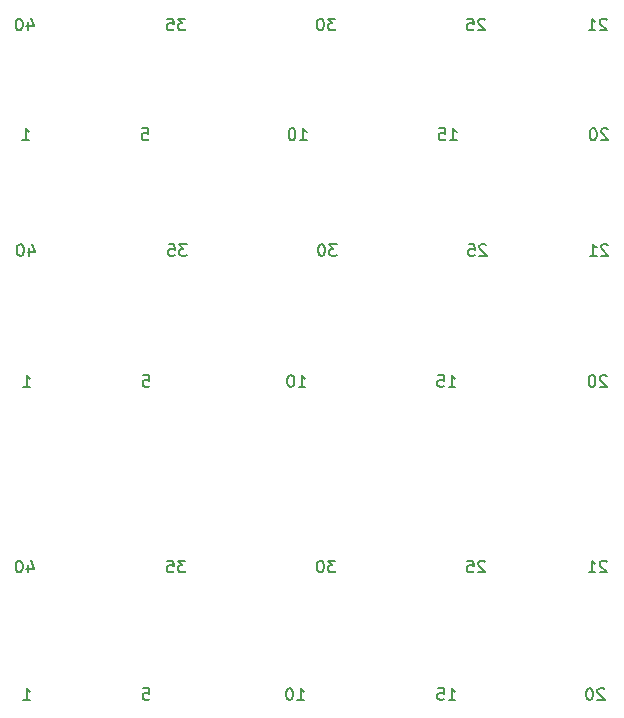
<source format=gbr>
%TF.GenerationSoftware,KiCad,Pcbnew,8.0.4-8.0.4-0~ubuntu24.04.1*%
%TF.CreationDate,2024-08-18T17:45:03-07:00*%
%TF.ProjectId,shadow_tracer,73686164-6f77-45f7-9472-616365722e6b,rev?*%
%TF.SameCoordinates,Original*%
%TF.FileFunction,Legend,Bot*%
%TF.FilePolarity,Positive*%
%FSLAX46Y46*%
G04 Gerber Fmt 4.6, Leading zero omitted, Abs format (unit mm)*
G04 Created by KiCad (PCBNEW 8.0.4-8.0.4-0~ubuntu24.04.1) date 2024-08-18 17:45:03*
%MOMM*%
%LPD*%
G01*
G04 APERTURE LIST*
%ADD10C,0.150000*%
G04 APERTURE END LIST*
D10*
X125356649Y-139995152D02*
X125356649Y-140661819D01*
X125594744Y-139614200D02*
X125832839Y-140328485D01*
X125832839Y-140328485D02*
X125213792Y-140328485D01*
X124642363Y-139661819D02*
X124547125Y-139661819D01*
X124547125Y-139661819D02*
X124451887Y-139709438D01*
X124451887Y-139709438D02*
X124404268Y-139757057D01*
X124404268Y-139757057D02*
X124356649Y-139852295D01*
X124356649Y-139852295D02*
X124309030Y-140042771D01*
X124309030Y-140042771D02*
X124309030Y-140280866D01*
X124309030Y-140280866D02*
X124356649Y-140471342D01*
X124356649Y-140471342D02*
X124404268Y-140566580D01*
X124404268Y-140566580D02*
X124451887Y-140614200D01*
X124451887Y-140614200D02*
X124547125Y-140661819D01*
X124547125Y-140661819D02*
X124642363Y-140661819D01*
X124642363Y-140661819D02*
X124737601Y-140614200D01*
X124737601Y-140614200D02*
X124785220Y-140566580D01*
X124785220Y-140566580D02*
X124832839Y-140471342D01*
X124832839Y-140471342D02*
X124880458Y-140280866D01*
X124880458Y-140280866D02*
X124880458Y-140042771D01*
X124880458Y-140042771D02*
X124832839Y-139852295D01*
X124832839Y-139852295D02*
X124785220Y-139757057D01*
X124785220Y-139757057D02*
X124737601Y-139709438D01*
X124737601Y-139709438D02*
X124642363Y-139661819D01*
X124961411Y-124961819D02*
X125532839Y-124961819D01*
X125247125Y-124961819D02*
X125247125Y-123961819D01*
X125247125Y-123961819D02*
X125342363Y-124104676D01*
X125342363Y-124104676D02*
X125437601Y-124199914D01*
X125437601Y-124199914D02*
X125532839Y-124247533D01*
X148161411Y-151461819D02*
X148732839Y-151461819D01*
X148447125Y-151461819D02*
X148447125Y-150461819D01*
X148447125Y-150461819D02*
X148542363Y-150604676D01*
X148542363Y-150604676D02*
X148637601Y-150699914D01*
X148637601Y-150699914D02*
X148732839Y-150747533D01*
X147542363Y-150461819D02*
X147447125Y-150461819D01*
X147447125Y-150461819D02*
X147351887Y-150509438D01*
X147351887Y-150509438D02*
X147304268Y-150557057D01*
X147304268Y-150557057D02*
X147256649Y-150652295D01*
X147256649Y-150652295D02*
X147209030Y-150842771D01*
X147209030Y-150842771D02*
X147209030Y-151080866D01*
X147209030Y-151080866D02*
X147256649Y-151271342D01*
X147256649Y-151271342D02*
X147304268Y-151366580D01*
X147304268Y-151366580D02*
X147351887Y-151414200D01*
X147351887Y-151414200D02*
X147447125Y-151461819D01*
X147447125Y-151461819D02*
X147542363Y-151461819D01*
X147542363Y-151461819D02*
X147637601Y-151414200D01*
X147637601Y-151414200D02*
X147685220Y-151366580D01*
X147685220Y-151366580D02*
X147732839Y-151271342D01*
X147732839Y-151271342D02*
X147780458Y-151080866D01*
X147780458Y-151080866D02*
X147780458Y-150842771D01*
X147780458Y-150842771D02*
X147732839Y-150652295D01*
X147732839Y-150652295D02*
X147685220Y-150557057D01*
X147685220Y-150557057D02*
X147637601Y-150509438D01*
X147637601Y-150509438D02*
X147542363Y-150461819D01*
X164132839Y-112957057D02*
X164085220Y-112909438D01*
X164085220Y-112909438D02*
X163989982Y-112861819D01*
X163989982Y-112861819D02*
X163751887Y-112861819D01*
X163751887Y-112861819D02*
X163656649Y-112909438D01*
X163656649Y-112909438D02*
X163609030Y-112957057D01*
X163609030Y-112957057D02*
X163561411Y-113052295D01*
X163561411Y-113052295D02*
X163561411Y-113147533D01*
X163561411Y-113147533D02*
X163609030Y-113290390D01*
X163609030Y-113290390D02*
X164180458Y-113861819D01*
X164180458Y-113861819D02*
X163561411Y-113861819D01*
X162656649Y-112861819D02*
X163132839Y-112861819D01*
X163132839Y-112861819D02*
X163180458Y-113338009D01*
X163180458Y-113338009D02*
X163132839Y-113290390D01*
X163132839Y-113290390D02*
X163037601Y-113242771D01*
X163037601Y-113242771D02*
X162799506Y-113242771D01*
X162799506Y-113242771D02*
X162704268Y-113290390D01*
X162704268Y-113290390D02*
X162656649Y-113338009D01*
X162656649Y-113338009D02*
X162609030Y-113433247D01*
X162609030Y-113433247D02*
X162609030Y-113671342D01*
X162609030Y-113671342D02*
X162656649Y-113766580D01*
X162656649Y-113766580D02*
X162704268Y-113814200D01*
X162704268Y-113814200D02*
X162799506Y-113861819D01*
X162799506Y-113861819D02*
X163037601Y-113861819D01*
X163037601Y-113861819D02*
X163132839Y-113814200D01*
X163132839Y-113814200D02*
X163180458Y-113766580D01*
X161061411Y-104061819D02*
X161632839Y-104061819D01*
X161347125Y-104061819D02*
X161347125Y-103061819D01*
X161347125Y-103061819D02*
X161442363Y-103204676D01*
X161442363Y-103204676D02*
X161537601Y-103299914D01*
X161537601Y-103299914D02*
X161632839Y-103347533D01*
X160156649Y-103061819D02*
X160632839Y-103061819D01*
X160632839Y-103061819D02*
X160680458Y-103538009D01*
X160680458Y-103538009D02*
X160632839Y-103490390D01*
X160632839Y-103490390D02*
X160537601Y-103442771D01*
X160537601Y-103442771D02*
X160299506Y-103442771D01*
X160299506Y-103442771D02*
X160204268Y-103490390D01*
X160204268Y-103490390D02*
X160156649Y-103538009D01*
X160156649Y-103538009D02*
X160109030Y-103633247D01*
X160109030Y-103633247D02*
X160109030Y-103871342D01*
X160109030Y-103871342D02*
X160156649Y-103966580D01*
X160156649Y-103966580D02*
X160204268Y-104014200D01*
X160204268Y-104014200D02*
X160299506Y-104061819D01*
X160299506Y-104061819D02*
X160537601Y-104061819D01*
X160537601Y-104061819D02*
X160632839Y-104014200D01*
X160632839Y-104014200D02*
X160680458Y-103966580D01*
X174332839Y-93857057D02*
X174285220Y-93809438D01*
X174285220Y-93809438D02*
X174189982Y-93761819D01*
X174189982Y-93761819D02*
X173951887Y-93761819D01*
X173951887Y-93761819D02*
X173856649Y-93809438D01*
X173856649Y-93809438D02*
X173809030Y-93857057D01*
X173809030Y-93857057D02*
X173761411Y-93952295D01*
X173761411Y-93952295D02*
X173761411Y-94047533D01*
X173761411Y-94047533D02*
X173809030Y-94190390D01*
X173809030Y-94190390D02*
X174380458Y-94761819D01*
X174380458Y-94761819D02*
X173761411Y-94761819D01*
X172809030Y-94761819D02*
X173380458Y-94761819D01*
X173094744Y-94761819D02*
X173094744Y-93761819D01*
X173094744Y-93761819D02*
X173189982Y-93904676D01*
X173189982Y-93904676D02*
X173285220Y-93999914D01*
X173285220Y-93999914D02*
X173380458Y-94047533D01*
X151480458Y-112861819D02*
X150861411Y-112861819D01*
X150861411Y-112861819D02*
X151194744Y-113242771D01*
X151194744Y-113242771D02*
X151051887Y-113242771D01*
X151051887Y-113242771D02*
X150956649Y-113290390D01*
X150956649Y-113290390D02*
X150909030Y-113338009D01*
X150909030Y-113338009D02*
X150861411Y-113433247D01*
X150861411Y-113433247D02*
X150861411Y-113671342D01*
X150861411Y-113671342D02*
X150909030Y-113766580D01*
X150909030Y-113766580D02*
X150956649Y-113814200D01*
X150956649Y-113814200D02*
X151051887Y-113861819D01*
X151051887Y-113861819D02*
X151337601Y-113861819D01*
X151337601Y-113861819D02*
X151432839Y-113814200D01*
X151432839Y-113814200D02*
X151480458Y-113766580D01*
X150242363Y-112861819D02*
X150147125Y-112861819D01*
X150147125Y-112861819D02*
X150051887Y-112909438D01*
X150051887Y-112909438D02*
X150004268Y-112957057D01*
X150004268Y-112957057D02*
X149956649Y-113052295D01*
X149956649Y-113052295D02*
X149909030Y-113242771D01*
X149909030Y-113242771D02*
X149909030Y-113480866D01*
X149909030Y-113480866D02*
X149956649Y-113671342D01*
X149956649Y-113671342D02*
X150004268Y-113766580D01*
X150004268Y-113766580D02*
X150051887Y-113814200D01*
X150051887Y-113814200D02*
X150147125Y-113861819D01*
X150147125Y-113861819D02*
X150242363Y-113861819D01*
X150242363Y-113861819D02*
X150337601Y-113814200D01*
X150337601Y-113814200D02*
X150385220Y-113766580D01*
X150385220Y-113766580D02*
X150432839Y-113671342D01*
X150432839Y-113671342D02*
X150480458Y-113480866D01*
X150480458Y-113480866D02*
X150480458Y-113242771D01*
X150480458Y-113242771D02*
X150432839Y-113052295D01*
X150432839Y-113052295D02*
X150385220Y-112957057D01*
X150385220Y-112957057D02*
X150337601Y-112909438D01*
X150337601Y-112909438D02*
X150242363Y-112861819D01*
X160961411Y-124961819D02*
X161532839Y-124961819D01*
X161247125Y-124961819D02*
X161247125Y-123961819D01*
X161247125Y-123961819D02*
X161342363Y-124104676D01*
X161342363Y-124104676D02*
X161437601Y-124199914D01*
X161437601Y-124199914D02*
X161532839Y-124247533D01*
X160056649Y-123961819D02*
X160532839Y-123961819D01*
X160532839Y-123961819D02*
X160580458Y-124438009D01*
X160580458Y-124438009D02*
X160532839Y-124390390D01*
X160532839Y-124390390D02*
X160437601Y-124342771D01*
X160437601Y-124342771D02*
X160199506Y-124342771D01*
X160199506Y-124342771D02*
X160104268Y-124390390D01*
X160104268Y-124390390D02*
X160056649Y-124438009D01*
X160056649Y-124438009D02*
X160009030Y-124533247D01*
X160009030Y-124533247D02*
X160009030Y-124771342D01*
X160009030Y-124771342D02*
X160056649Y-124866580D01*
X160056649Y-124866580D02*
X160104268Y-124914200D01*
X160104268Y-124914200D02*
X160199506Y-124961819D01*
X160199506Y-124961819D02*
X160437601Y-124961819D01*
X160437601Y-124961819D02*
X160532839Y-124914200D01*
X160532839Y-124914200D02*
X160580458Y-124866580D01*
X174332839Y-139757057D02*
X174285220Y-139709438D01*
X174285220Y-139709438D02*
X174189982Y-139661819D01*
X174189982Y-139661819D02*
X173951887Y-139661819D01*
X173951887Y-139661819D02*
X173856649Y-139709438D01*
X173856649Y-139709438D02*
X173809030Y-139757057D01*
X173809030Y-139757057D02*
X173761411Y-139852295D01*
X173761411Y-139852295D02*
X173761411Y-139947533D01*
X173761411Y-139947533D02*
X173809030Y-140090390D01*
X173809030Y-140090390D02*
X174380458Y-140661819D01*
X174380458Y-140661819D02*
X173761411Y-140661819D01*
X172809030Y-140661819D02*
X173380458Y-140661819D01*
X173094744Y-140661819D02*
X173094744Y-139661819D01*
X173094744Y-139661819D02*
X173189982Y-139804676D01*
X173189982Y-139804676D02*
X173285220Y-139899914D01*
X173285220Y-139899914D02*
X173380458Y-139947533D01*
X164032839Y-93857057D02*
X163985220Y-93809438D01*
X163985220Y-93809438D02*
X163889982Y-93761819D01*
X163889982Y-93761819D02*
X163651887Y-93761819D01*
X163651887Y-93761819D02*
X163556649Y-93809438D01*
X163556649Y-93809438D02*
X163509030Y-93857057D01*
X163509030Y-93857057D02*
X163461411Y-93952295D01*
X163461411Y-93952295D02*
X163461411Y-94047533D01*
X163461411Y-94047533D02*
X163509030Y-94190390D01*
X163509030Y-94190390D02*
X164080458Y-94761819D01*
X164080458Y-94761819D02*
X163461411Y-94761819D01*
X162556649Y-93761819D02*
X163032839Y-93761819D01*
X163032839Y-93761819D02*
X163080458Y-94238009D01*
X163080458Y-94238009D02*
X163032839Y-94190390D01*
X163032839Y-94190390D02*
X162937601Y-94142771D01*
X162937601Y-94142771D02*
X162699506Y-94142771D01*
X162699506Y-94142771D02*
X162604268Y-94190390D01*
X162604268Y-94190390D02*
X162556649Y-94238009D01*
X162556649Y-94238009D02*
X162509030Y-94333247D01*
X162509030Y-94333247D02*
X162509030Y-94571342D01*
X162509030Y-94571342D02*
X162556649Y-94666580D01*
X162556649Y-94666580D02*
X162604268Y-94714200D01*
X162604268Y-94714200D02*
X162699506Y-94761819D01*
X162699506Y-94761819D02*
X162937601Y-94761819D01*
X162937601Y-94761819D02*
X163032839Y-94714200D01*
X163032839Y-94714200D02*
X163080458Y-94666580D01*
X174432839Y-112957057D02*
X174385220Y-112909438D01*
X174385220Y-112909438D02*
X174289982Y-112861819D01*
X174289982Y-112861819D02*
X174051887Y-112861819D01*
X174051887Y-112861819D02*
X173956649Y-112909438D01*
X173956649Y-112909438D02*
X173909030Y-112957057D01*
X173909030Y-112957057D02*
X173861411Y-113052295D01*
X173861411Y-113052295D02*
X173861411Y-113147533D01*
X173861411Y-113147533D02*
X173909030Y-113290390D01*
X173909030Y-113290390D02*
X174480458Y-113861819D01*
X174480458Y-113861819D02*
X173861411Y-113861819D01*
X172909030Y-113861819D02*
X173480458Y-113861819D01*
X173194744Y-113861819D02*
X173194744Y-112861819D01*
X173194744Y-112861819D02*
X173289982Y-113004676D01*
X173289982Y-113004676D02*
X173385220Y-113099914D01*
X173385220Y-113099914D02*
X173480458Y-113147533D01*
X138680458Y-139661819D02*
X138061411Y-139661819D01*
X138061411Y-139661819D02*
X138394744Y-140042771D01*
X138394744Y-140042771D02*
X138251887Y-140042771D01*
X138251887Y-140042771D02*
X138156649Y-140090390D01*
X138156649Y-140090390D02*
X138109030Y-140138009D01*
X138109030Y-140138009D02*
X138061411Y-140233247D01*
X138061411Y-140233247D02*
X138061411Y-140471342D01*
X138061411Y-140471342D02*
X138109030Y-140566580D01*
X138109030Y-140566580D02*
X138156649Y-140614200D01*
X138156649Y-140614200D02*
X138251887Y-140661819D01*
X138251887Y-140661819D02*
X138537601Y-140661819D01*
X138537601Y-140661819D02*
X138632839Y-140614200D01*
X138632839Y-140614200D02*
X138680458Y-140566580D01*
X137156649Y-139661819D02*
X137632839Y-139661819D01*
X137632839Y-139661819D02*
X137680458Y-140138009D01*
X137680458Y-140138009D02*
X137632839Y-140090390D01*
X137632839Y-140090390D02*
X137537601Y-140042771D01*
X137537601Y-140042771D02*
X137299506Y-140042771D01*
X137299506Y-140042771D02*
X137204268Y-140090390D01*
X137204268Y-140090390D02*
X137156649Y-140138009D01*
X137156649Y-140138009D02*
X137109030Y-140233247D01*
X137109030Y-140233247D02*
X137109030Y-140471342D01*
X137109030Y-140471342D02*
X137156649Y-140566580D01*
X137156649Y-140566580D02*
X137204268Y-140614200D01*
X137204268Y-140614200D02*
X137299506Y-140661819D01*
X137299506Y-140661819D02*
X137537601Y-140661819D01*
X137537601Y-140661819D02*
X137632839Y-140614200D01*
X137632839Y-140614200D02*
X137680458Y-140566580D01*
X174332839Y-124057057D02*
X174285220Y-124009438D01*
X174285220Y-124009438D02*
X174189982Y-123961819D01*
X174189982Y-123961819D02*
X173951887Y-123961819D01*
X173951887Y-123961819D02*
X173856649Y-124009438D01*
X173856649Y-124009438D02*
X173809030Y-124057057D01*
X173809030Y-124057057D02*
X173761411Y-124152295D01*
X173761411Y-124152295D02*
X173761411Y-124247533D01*
X173761411Y-124247533D02*
X173809030Y-124390390D01*
X173809030Y-124390390D02*
X174380458Y-124961819D01*
X174380458Y-124961819D02*
X173761411Y-124961819D01*
X173142363Y-123961819D02*
X173047125Y-123961819D01*
X173047125Y-123961819D02*
X172951887Y-124009438D01*
X172951887Y-124009438D02*
X172904268Y-124057057D01*
X172904268Y-124057057D02*
X172856649Y-124152295D01*
X172856649Y-124152295D02*
X172809030Y-124342771D01*
X172809030Y-124342771D02*
X172809030Y-124580866D01*
X172809030Y-124580866D02*
X172856649Y-124771342D01*
X172856649Y-124771342D02*
X172904268Y-124866580D01*
X172904268Y-124866580D02*
X172951887Y-124914200D01*
X172951887Y-124914200D02*
X173047125Y-124961819D01*
X173047125Y-124961819D02*
X173142363Y-124961819D01*
X173142363Y-124961819D02*
X173237601Y-124914200D01*
X173237601Y-124914200D02*
X173285220Y-124866580D01*
X173285220Y-124866580D02*
X173332839Y-124771342D01*
X173332839Y-124771342D02*
X173380458Y-124580866D01*
X173380458Y-124580866D02*
X173380458Y-124342771D01*
X173380458Y-124342771D02*
X173332839Y-124152295D01*
X173332839Y-124152295D02*
X173285220Y-124057057D01*
X173285220Y-124057057D02*
X173237601Y-124009438D01*
X173237601Y-124009438D02*
X173142363Y-123961819D01*
X151380458Y-139661819D02*
X150761411Y-139661819D01*
X150761411Y-139661819D02*
X151094744Y-140042771D01*
X151094744Y-140042771D02*
X150951887Y-140042771D01*
X150951887Y-140042771D02*
X150856649Y-140090390D01*
X150856649Y-140090390D02*
X150809030Y-140138009D01*
X150809030Y-140138009D02*
X150761411Y-140233247D01*
X150761411Y-140233247D02*
X150761411Y-140471342D01*
X150761411Y-140471342D02*
X150809030Y-140566580D01*
X150809030Y-140566580D02*
X150856649Y-140614200D01*
X150856649Y-140614200D02*
X150951887Y-140661819D01*
X150951887Y-140661819D02*
X151237601Y-140661819D01*
X151237601Y-140661819D02*
X151332839Y-140614200D01*
X151332839Y-140614200D02*
X151380458Y-140566580D01*
X150142363Y-139661819D02*
X150047125Y-139661819D01*
X150047125Y-139661819D02*
X149951887Y-139709438D01*
X149951887Y-139709438D02*
X149904268Y-139757057D01*
X149904268Y-139757057D02*
X149856649Y-139852295D01*
X149856649Y-139852295D02*
X149809030Y-140042771D01*
X149809030Y-140042771D02*
X149809030Y-140280866D01*
X149809030Y-140280866D02*
X149856649Y-140471342D01*
X149856649Y-140471342D02*
X149904268Y-140566580D01*
X149904268Y-140566580D02*
X149951887Y-140614200D01*
X149951887Y-140614200D02*
X150047125Y-140661819D01*
X150047125Y-140661819D02*
X150142363Y-140661819D01*
X150142363Y-140661819D02*
X150237601Y-140614200D01*
X150237601Y-140614200D02*
X150285220Y-140566580D01*
X150285220Y-140566580D02*
X150332839Y-140471342D01*
X150332839Y-140471342D02*
X150380458Y-140280866D01*
X150380458Y-140280866D02*
X150380458Y-140042771D01*
X150380458Y-140042771D02*
X150332839Y-139852295D01*
X150332839Y-139852295D02*
X150285220Y-139757057D01*
X150285220Y-139757057D02*
X150237601Y-139709438D01*
X150237601Y-139709438D02*
X150142363Y-139661819D01*
X124861411Y-104061819D02*
X125432839Y-104061819D01*
X125147125Y-104061819D02*
X125147125Y-103061819D01*
X125147125Y-103061819D02*
X125242363Y-103204676D01*
X125242363Y-103204676D02*
X125337601Y-103299914D01*
X125337601Y-103299914D02*
X125432839Y-103347533D01*
X151380458Y-93761819D02*
X150761411Y-93761819D01*
X150761411Y-93761819D02*
X151094744Y-94142771D01*
X151094744Y-94142771D02*
X150951887Y-94142771D01*
X150951887Y-94142771D02*
X150856649Y-94190390D01*
X150856649Y-94190390D02*
X150809030Y-94238009D01*
X150809030Y-94238009D02*
X150761411Y-94333247D01*
X150761411Y-94333247D02*
X150761411Y-94571342D01*
X150761411Y-94571342D02*
X150809030Y-94666580D01*
X150809030Y-94666580D02*
X150856649Y-94714200D01*
X150856649Y-94714200D02*
X150951887Y-94761819D01*
X150951887Y-94761819D02*
X151237601Y-94761819D01*
X151237601Y-94761819D02*
X151332839Y-94714200D01*
X151332839Y-94714200D02*
X151380458Y-94666580D01*
X150142363Y-93761819D02*
X150047125Y-93761819D01*
X150047125Y-93761819D02*
X149951887Y-93809438D01*
X149951887Y-93809438D02*
X149904268Y-93857057D01*
X149904268Y-93857057D02*
X149856649Y-93952295D01*
X149856649Y-93952295D02*
X149809030Y-94142771D01*
X149809030Y-94142771D02*
X149809030Y-94380866D01*
X149809030Y-94380866D02*
X149856649Y-94571342D01*
X149856649Y-94571342D02*
X149904268Y-94666580D01*
X149904268Y-94666580D02*
X149951887Y-94714200D01*
X149951887Y-94714200D02*
X150047125Y-94761819D01*
X150047125Y-94761819D02*
X150142363Y-94761819D01*
X150142363Y-94761819D02*
X150237601Y-94714200D01*
X150237601Y-94714200D02*
X150285220Y-94666580D01*
X150285220Y-94666580D02*
X150332839Y-94571342D01*
X150332839Y-94571342D02*
X150380458Y-94380866D01*
X150380458Y-94380866D02*
X150380458Y-94142771D01*
X150380458Y-94142771D02*
X150332839Y-93952295D01*
X150332839Y-93952295D02*
X150285220Y-93857057D01*
X150285220Y-93857057D02*
X150237601Y-93809438D01*
X150237601Y-93809438D02*
X150142363Y-93761819D01*
X174132839Y-150557057D02*
X174085220Y-150509438D01*
X174085220Y-150509438D02*
X173989982Y-150461819D01*
X173989982Y-150461819D02*
X173751887Y-150461819D01*
X173751887Y-150461819D02*
X173656649Y-150509438D01*
X173656649Y-150509438D02*
X173609030Y-150557057D01*
X173609030Y-150557057D02*
X173561411Y-150652295D01*
X173561411Y-150652295D02*
X173561411Y-150747533D01*
X173561411Y-150747533D02*
X173609030Y-150890390D01*
X173609030Y-150890390D02*
X174180458Y-151461819D01*
X174180458Y-151461819D02*
X173561411Y-151461819D01*
X172942363Y-150461819D02*
X172847125Y-150461819D01*
X172847125Y-150461819D02*
X172751887Y-150509438D01*
X172751887Y-150509438D02*
X172704268Y-150557057D01*
X172704268Y-150557057D02*
X172656649Y-150652295D01*
X172656649Y-150652295D02*
X172609030Y-150842771D01*
X172609030Y-150842771D02*
X172609030Y-151080866D01*
X172609030Y-151080866D02*
X172656649Y-151271342D01*
X172656649Y-151271342D02*
X172704268Y-151366580D01*
X172704268Y-151366580D02*
X172751887Y-151414200D01*
X172751887Y-151414200D02*
X172847125Y-151461819D01*
X172847125Y-151461819D02*
X172942363Y-151461819D01*
X172942363Y-151461819D02*
X173037601Y-151414200D01*
X173037601Y-151414200D02*
X173085220Y-151366580D01*
X173085220Y-151366580D02*
X173132839Y-151271342D01*
X173132839Y-151271342D02*
X173180458Y-151080866D01*
X173180458Y-151080866D02*
X173180458Y-150842771D01*
X173180458Y-150842771D02*
X173132839Y-150652295D01*
X173132839Y-150652295D02*
X173085220Y-150557057D01*
X173085220Y-150557057D02*
X173037601Y-150509438D01*
X173037601Y-150509438D02*
X172942363Y-150461819D01*
X138780458Y-112861819D02*
X138161411Y-112861819D01*
X138161411Y-112861819D02*
X138494744Y-113242771D01*
X138494744Y-113242771D02*
X138351887Y-113242771D01*
X138351887Y-113242771D02*
X138256649Y-113290390D01*
X138256649Y-113290390D02*
X138209030Y-113338009D01*
X138209030Y-113338009D02*
X138161411Y-113433247D01*
X138161411Y-113433247D02*
X138161411Y-113671342D01*
X138161411Y-113671342D02*
X138209030Y-113766580D01*
X138209030Y-113766580D02*
X138256649Y-113814200D01*
X138256649Y-113814200D02*
X138351887Y-113861819D01*
X138351887Y-113861819D02*
X138637601Y-113861819D01*
X138637601Y-113861819D02*
X138732839Y-113814200D01*
X138732839Y-113814200D02*
X138780458Y-113766580D01*
X137256649Y-112861819D02*
X137732839Y-112861819D01*
X137732839Y-112861819D02*
X137780458Y-113338009D01*
X137780458Y-113338009D02*
X137732839Y-113290390D01*
X137732839Y-113290390D02*
X137637601Y-113242771D01*
X137637601Y-113242771D02*
X137399506Y-113242771D01*
X137399506Y-113242771D02*
X137304268Y-113290390D01*
X137304268Y-113290390D02*
X137256649Y-113338009D01*
X137256649Y-113338009D02*
X137209030Y-113433247D01*
X137209030Y-113433247D02*
X137209030Y-113671342D01*
X137209030Y-113671342D02*
X137256649Y-113766580D01*
X137256649Y-113766580D02*
X137304268Y-113814200D01*
X137304268Y-113814200D02*
X137399506Y-113861819D01*
X137399506Y-113861819D02*
X137637601Y-113861819D01*
X137637601Y-113861819D02*
X137732839Y-113814200D01*
X137732839Y-113814200D02*
X137780458Y-113766580D01*
X138680458Y-93761819D02*
X138061411Y-93761819D01*
X138061411Y-93761819D02*
X138394744Y-94142771D01*
X138394744Y-94142771D02*
X138251887Y-94142771D01*
X138251887Y-94142771D02*
X138156649Y-94190390D01*
X138156649Y-94190390D02*
X138109030Y-94238009D01*
X138109030Y-94238009D02*
X138061411Y-94333247D01*
X138061411Y-94333247D02*
X138061411Y-94571342D01*
X138061411Y-94571342D02*
X138109030Y-94666580D01*
X138109030Y-94666580D02*
X138156649Y-94714200D01*
X138156649Y-94714200D02*
X138251887Y-94761819D01*
X138251887Y-94761819D02*
X138537601Y-94761819D01*
X138537601Y-94761819D02*
X138632839Y-94714200D01*
X138632839Y-94714200D02*
X138680458Y-94666580D01*
X137156649Y-93761819D02*
X137632839Y-93761819D01*
X137632839Y-93761819D02*
X137680458Y-94238009D01*
X137680458Y-94238009D02*
X137632839Y-94190390D01*
X137632839Y-94190390D02*
X137537601Y-94142771D01*
X137537601Y-94142771D02*
X137299506Y-94142771D01*
X137299506Y-94142771D02*
X137204268Y-94190390D01*
X137204268Y-94190390D02*
X137156649Y-94238009D01*
X137156649Y-94238009D02*
X137109030Y-94333247D01*
X137109030Y-94333247D02*
X137109030Y-94571342D01*
X137109030Y-94571342D02*
X137156649Y-94666580D01*
X137156649Y-94666580D02*
X137204268Y-94714200D01*
X137204268Y-94714200D02*
X137299506Y-94761819D01*
X137299506Y-94761819D02*
X137537601Y-94761819D01*
X137537601Y-94761819D02*
X137632839Y-94714200D01*
X137632839Y-94714200D02*
X137680458Y-94666580D01*
X135109030Y-150461819D02*
X135585220Y-150461819D01*
X135585220Y-150461819D02*
X135632839Y-150938009D01*
X135632839Y-150938009D02*
X135585220Y-150890390D01*
X135585220Y-150890390D02*
X135489982Y-150842771D01*
X135489982Y-150842771D02*
X135251887Y-150842771D01*
X135251887Y-150842771D02*
X135156649Y-150890390D01*
X135156649Y-150890390D02*
X135109030Y-150938009D01*
X135109030Y-150938009D02*
X135061411Y-151033247D01*
X135061411Y-151033247D02*
X135061411Y-151271342D01*
X135061411Y-151271342D02*
X135109030Y-151366580D01*
X135109030Y-151366580D02*
X135156649Y-151414200D01*
X135156649Y-151414200D02*
X135251887Y-151461819D01*
X135251887Y-151461819D02*
X135489982Y-151461819D01*
X135489982Y-151461819D02*
X135585220Y-151414200D01*
X135585220Y-151414200D02*
X135632839Y-151366580D01*
X124961411Y-151461819D02*
X125532839Y-151461819D01*
X125247125Y-151461819D02*
X125247125Y-150461819D01*
X125247125Y-150461819D02*
X125342363Y-150604676D01*
X125342363Y-150604676D02*
X125437601Y-150699914D01*
X125437601Y-150699914D02*
X125532839Y-150747533D01*
X148361411Y-104061819D02*
X148932839Y-104061819D01*
X148647125Y-104061819D02*
X148647125Y-103061819D01*
X148647125Y-103061819D02*
X148742363Y-103204676D01*
X148742363Y-103204676D02*
X148837601Y-103299914D01*
X148837601Y-103299914D02*
X148932839Y-103347533D01*
X147742363Y-103061819D02*
X147647125Y-103061819D01*
X147647125Y-103061819D02*
X147551887Y-103109438D01*
X147551887Y-103109438D02*
X147504268Y-103157057D01*
X147504268Y-103157057D02*
X147456649Y-103252295D01*
X147456649Y-103252295D02*
X147409030Y-103442771D01*
X147409030Y-103442771D02*
X147409030Y-103680866D01*
X147409030Y-103680866D02*
X147456649Y-103871342D01*
X147456649Y-103871342D02*
X147504268Y-103966580D01*
X147504268Y-103966580D02*
X147551887Y-104014200D01*
X147551887Y-104014200D02*
X147647125Y-104061819D01*
X147647125Y-104061819D02*
X147742363Y-104061819D01*
X147742363Y-104061819D02*
X147837601Y-104014200D01*
X147837601Y-104014200D02*
X147885220Y-103966580D01*
X147885220Y-103966580D02*
X147932839Y-103871342D01*
X147932839Y-103871342D02*
X147980458Y-103680866D01*
X147980458Y-103680866D02*
X147980458Y-103442771D01*
X147980458Y-103442771D02*
X147932839Y-103252295D01*
X147932839Y-103252295D02*
X147885220Y-103157057D01*
X147885220Y-103157057D02*
X147837601Y-103109438D01*
X147837601Y-103109438D02*
X147742363Y-103061819D01*
X125456649Y-113195152D02*
X125456649Y-113861819D01*
X125694744Y-112814200D02*
X125932839Y-113528485D01*
X125932839Y-113528485D02*
X125313792Y-113528485D01*
X124742363Y-112861819D02*
X124647125Y-112861819D01*
X124647125Y-112861819D02*
X124551887Y-112909438D01*
X124551887Y-112909438D02*
X124504268Y-112957057D01*
X124504268Y-112957057D02*
X124456649Y-113052295D01*
X124456649Y-113052295D02*
X124409030Y-113242771D01*
X124409030Y-113242771D02*
X124409030Y-113480866D01*
X124409030Y-113480866D02*
X124456649Y-113671342D01*
X124456649Y-113671342D02*
X124504268Y-113766580D01*
X124504268Y-113766580D02*
X124551887Y-113814200D01*
X124551887Y-113814200D02*
X124647125Y-113861819D01*
X124647125Y-113861819D02*
X124742363Y-113861819D01*
X124742363Y-113861819D02*
X124837601Y-113814200D01*
X124837601Y-113814200D02*
X124885220Y-113766580D01*
X124885220Y-113766580D02*
X124932839Y-113671342D01*
X124932839Y-113671342D02*
X124980458Y-113480866D01*
X124980458Y-113480866D02*
X124980458Y-113242771D01*
X124980458Y-113242771D02*
X124932839Y-113052295D01*
X124932839Y-113052295D02*
X124885220Y-112957057D01*
X124885220Y-112957057D02*
X124837601Y-112909438D01*
X124837601Y-112909438D02*
X124742363Y-112861819D01*
X164032839Y-139757057D02*
X163985220Y-139709438D01*
X163985220Y-139709438D02*
X163889982Y-139661819D01*
X163889982Y-139661819D02*
X163651887Y-139661819D01*
X163651887Y-139661819D02*
X163556649Y-139709438D01*
X163556649Y-139709438D02*
X163509030Y-139757057D01*
X163509030Y-139757057D02*
X163461411Y-139852295D01*
X163461411Y-139852295D02*
X163461411Y-139947533D01*
X163461411Y-139947533D02*
X163509030Y-140090390D01*
X163509030Y-140090390D02*
X164080458Y-140661819D01*
X164080458Y-140661819D02*
X163461411Y-140661819D01*
X162556649Y-139661819D02*
X163032839Y-139661819D01*
X163032839Y-139661819D02*
X163080458Y-140138009D01*
X163080458Y-140138009D02*
X163032839Y-140090390D01*
X163032839Y-140090390D02*
X162937601Y-140042771D01*
X162937601Y-140042771D02*
X162699506Y-140042771D01*
X162699506Y-140042771D02*
X162604268Y-140090390D01*
X162604268Y-140090390D02*
X162556649Y-140138009D01*
X162556649Y-140138009D02*
X162509030Y-140233247D01*
X162509030Y-140233247D02*
X162509030Y-140471342D01*
X162509030Y-140471342D02*
X162556649Y-140566580D01*
X162556649Y-140566580D02*
X162604268Y-140614200D01*
X162604268Y-140614200D02*
X162699506Y-140661819D01*
X162699506Y-140661819D02*
X162937601Y-140661819D01*
X162937601Y-140661819D02*
X163032839Y-140614200D01*
X163032839Y-140614200D02*
X163080458Y-140566580D01*
X148261411Y-124961819D02*
X148832839Y-124961819D01*
X148547125Y-124961819D02*
X148547125Y-123961819D01*
X148547125Y-123961819D02*
X148642363Y-124104676D01*
X148642363Y-124104676D02*
X148737601Y-124199914D01*
X148737601Y-124199914D02*
X148832839Y-124247533D01*
X147642363Y-123961819D02*
X147547125Y-123961819D01*
X147547125Y-123961819D02*
X147451887Y-124009438D01*
X147451887Y-124009438D02*
X147404268Y-124057057D01*
X147404268Y-124057057D02*
X147356649Y-124152295D01*
X147356649Y-124152295D02*
X147309030Y-124342771D01*
X147309030Y-124342771D02*
X147309030Y-124580866D01*
X147309030Y-124580866D02*
X147356649Y-124771342D01*
X147356649Y-124771342D02*
X147404268Y-124866580D01*
X147404268Y-124866580D02*
X147451887Y-124914200D01*
X147451887Y-124914200D02*
X147547125Y-124961819D01*
X147547125Y-124961819D02*
X147642363Y-124961819D01*
X147642363Y-124961819D02*
X147737601Y-124914200D01*
X147737601Y-124914200D02*
X147785220Y-124866580D01*
X147785220Y-124866580D02*
X147832839Y-124771342D01*
X147832839Y-124771342D02*
X147880458Y-124580866D01*
X147880458Y-124580866D02*
X147880458Y-124342771D01*
X147880458Y-124342771D02*
X147832839Y-124152295D01*
X147832839Y-124152295D02*
X147785220Y-124057057D01*
X147785220Y-124057057D02*
X147737601Y-124009438D01*
X147737601Y-124009438D02*
X147642363Y-123961819D01*
X174432839Y-103157057D02*
X174385220Y-103109438D01*
X174385220Y-103109438D02*
X174289982Y-103061819D01*
X174289982Y-103061819D02*
X174051887Y-103061819D01*
X174051887Y-103061819D02*
X173956649Y-103109438D01*
X173956649Y-103109438D02*
X173909030Y-103157057D01*
X173909030Y-103157057D02*
X173861411Y-103252295D01*
X173861411Y-103252295D02*
X173861411Y-103347533D01*
X173861411Y-103347533D02*
X173909030Y-103490390D01*
X173909030Y-103490390D02*
X174480458Y-104061819D01*
X174480458Y-104061819D02*
X173861411Y-104061819D01*
X173242363Y-103061819D02*
X173147125Y-103061819D01*
X173147125Y-103061819D02*
X173051887Y-103109438D01*
X173051887Y-103109438D02*
X173004268Y-103157057D01*
X173004268Y-103157057D02*
X172956649Y-103252295D01*
X172956649Y-103252295D02*
X172909030Y-103442771D01*
X172909030Y-103442771D02*
X172909030Y-103680866D01*
X172909030Y-103680866D02*
X172956649Y-103871342D01*
X172956649Y-103871342D02*
X173004268Y-103966580D01*
X173004268Y-103966580D02*
X173051887Y-104014200D01*
X173051887Y-104014200D02*
X173147125Y-104061819D01*
X173147125Y-104061819D02*
X173242363Y-104061819D01*
X173242363Y-104061819D02*
X173337601Y-104014200D01*
X173337601Y-104014200D02*
X173385220Y-103966580D01*
X173385220Y-103966580D02*
X173432839Y-103871342D01*
X173432839Y-103871342D02*
X173480458Y-103680866D01*
X173480458Y-103680866D02*
X173480458Y-103442771D01*
X173480458Y-103442771D02*
X173432839Y-103252295D01*
X173432839Y-103252295D02*
X173385220Y-103157057D01*
X173385220Y-103157057D02*
X173337601Y-103109438D01*
X173337601Y-103109438D02*
X173242363Y-103061819D01*
X135009030Y-103061819D02*
X135485220Y-103061819D01*
X135485220Y-103061819D02*
X135532839Y-103538009D01*
X135532839Y-103538009D02*
X135485220Y-103490390D01*
X135485220Y-103490390D02*
X135389982Y-103442771D01*
X135389982Y-103442771D02*
X135151887Y-103442771D01*
X135151887Y-103442771D02*
X135056649Y-103490390D01*
X135056649Y-103490390D02*
X135009030Y-103538009D01*
X135009030Y-103538009D02*
X134961411Y-103633247D01*
X134961411Y-103633247D02*
X134961411Y-103871342D01*
X134961411Y-103871342D02*
X135009030Y-103966580D01*
X135009030Y-103966580D02*
X135056649Y-104014200D01*
X135056649Y-104014200D02*
X135151887Y-104061819D01*
X135151887Y-104061819D02*
X135389982Y-104061819D01*
X135389982Y-104061819D02*
X135485220Y-104014200D01*
X135485220Y-104014200D02*
X135532839Y-103966580D01*
X160961411Y-151461819D02*
X161532839Y-151461819D01*
X161247125Y-151461819D02*
X161247125Y-150461819D01*
X161247125Y-150461819D02*
X161342363Y-150604676D01*
X161342363Y-150604676D02*
X161437601Y-150699914D01*
X161437601Y-150699914D02*
X161532839Y-150747533D01*
X160056649Y-150461819D02*
X160532839Y-150461819D01*
X160532839Y-150461819D02*
X160580458Y-150938009D01*
X160580458Y-150938009D02*
X160532839Y-150890390D01*
X160532839Y-150890390D02*
X160437601Y-150842771D01*
X160437601Y-150842771D02*
X160199506Y-150842771D01*
X160199506Y-150842771D02*
X160104268Y-150890390D01*
X160104268Y-150890390D02*
X160056649Y-150938009D01*
X160056649Y-150938009D02*
X160009030Y-151033247D01*
X160009030Y-151033247D02*
X160009030Y-151271342D01*
X160009030Y-151271342D02*
X160056649Y-151366580D01*
X160056649Y-151366580D02*
X160104268Y-151414200D01*
X160104268Y-151414200D02*
X160199506Y-151461819D01*
X160199506Y-151461819D02*
X160437601Y-151461819D01*
X160437601Y-151461819D02*
X160532839Y-151414200D01*
X160532839Y-151414200D02*
X160580458Y-151366580D01*
X135109030Y-123961819D02*
X135585220Y-123961819D01*
X135585220Y-123961819D02*
X135632839Y-124438009D01*
X135632839Y-124438009D02*
X135585220Y-124390390D01*
X135585220Y-124390390D02*
X135489982Y-124342771D01*
X135489982Y-124342771D02*
X135251887Y-124342771D01*
X135251887Y-124342771D02*
X135156649Y-124390390D01*
X135156649Y-124390390D02*
X135109030Y-124438009D01*
X135109030Y-124438009D02*
X135061411Y-124533247D01*
X135061411Y-124533247D02*
X135061411Y-124771342D01*
X135061411Y-124771342D02*
X135109030Y-124866580D01*
X135109030Y-124866580D02*
X135156649Y-124914200D01*
X135156649Y-124914200D02*
X135251887Y-124961819D01*
X135251887Y-124961819D02*
X135489982Y-124961819D01*
X135489982Y-124961819D02*
X135585220Y-124914200D01*
X135585220Y-124914200D02*
X135632839Y-124866580D01*
X125356649Y-94095152D02*
X125356649Y-94761819D01*
X125594744Y-93714200D02*
X125832839Y-94428485D01*
X125832839Y-94428485D02*
X125213792Y-94428485D01*
X124642363Y-93761819D02*
X124547125Y-93761819D01*
X124547125Y-93761819D02*
X124451887Y-93809438D01*
X124451887Y-93809438D02*
X124404268Y-93857057D01*
X124404268Y-93857057D02*
X124356649Y-93952295D01*
X124356649Y-93952295D02*
X124309030Y-94142771D01*
X124309030Y-94142771D02*
X124309030Y-94380866D01*
X124309030Y-94380866D02*
X124356649Y-94571342D01*
X124356649Y-94571342D02*
X124404268Y-94666580D01*
X124404268Y-94666580D02*
X124451887Y-94714200D01*
X124451887Y-94714200D02*
X124547125Y-94761819D01*
X124547125Y-94761819D02*
X124642363Y-94761819D01*
X124642363Y-94761819D02*
X124737601Y-94714200D01*
X124737601Y-94714200D02*
X124785220Y-94666580D01*
X124785220Y-94666580D02*
X124832839Y-94571342D01*
X124832839Y-94571342D02*
X124880458Y-94380866D01*
X124880458Y-94380866D02*
X124880458Y-94142771D01*
X124880458Y-94142771D02*
X124832839Y-93952295D01*
X124832839Y-93952295D02*
X124785220Y-93857057D01*
X124785220Y-93857057D02*
X124737601Y-93809438D01*
X124737601Y-93809438D02*
X124642363Y-93761819D01*
M02*

</source>
